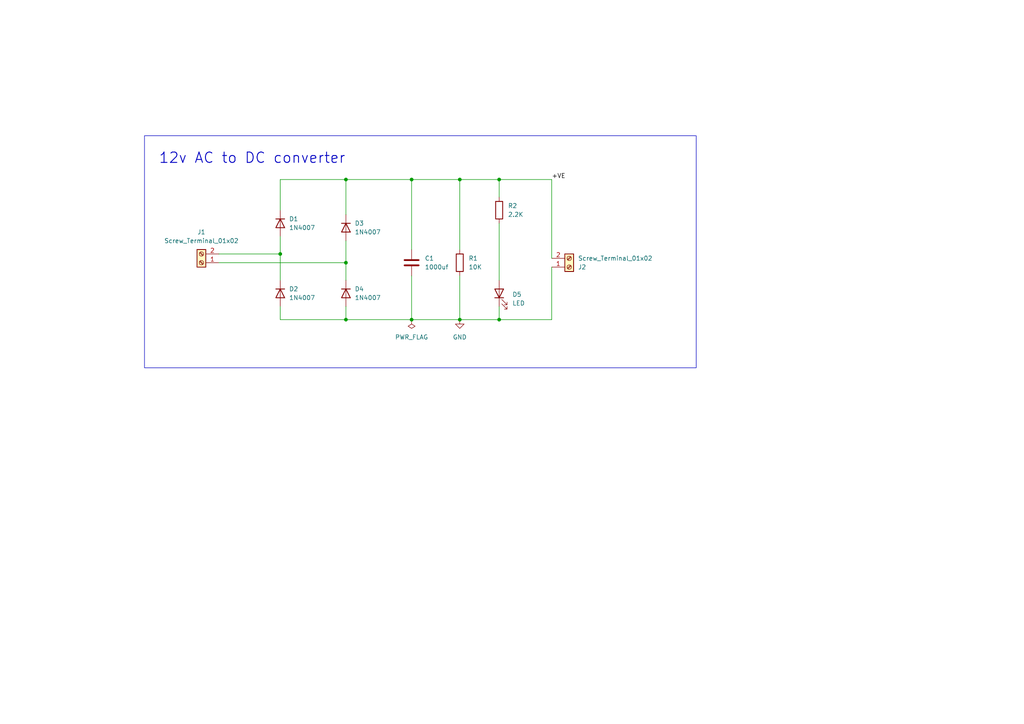
<source format=kicad_sch>
(kicad_sch
	(version 20231120)
	(generator "eeschema")
	(generator_version "8.0")
	(uuid "3ba05d9b-fc93-4be0-8fb5-a1e197f5684f")
	(paper "A4")
	(title_block
		(title "AC to DC Converter")
		(date "2024-12-16")
		(company "Darbhanga College OF Engineering")
	)
	(lib_symbols
		(symbol "Connector:Screw_Terminal_01x02"
			(pin_names
				(offset 1.016) hide)
			(exclude_from_sim no)
			(in_bom yes)
			(on_board yes)
			(property "Reference" "J"
				(at 0 2.54 0)
				(effects
					(font
						(size 1.27 1.27)
					)
				)
			)
			(property "Value" "Screw_Terminal_01x02"
				(at 0 -5.08 0)
				(effects
					(font
						(size 1.27 1.27)
					)
				)
			)
			(property "Footprint" ""
				(at 0 0 0)
				(effects
					(font
						(size 1.27 1.27)
					)
					(hide yes)
				)
			)
			(property "Datasheet" "~"
				(at 0 0 0)
				(effects
					(font
						(size 1.27 1.27)
					)
					(hide yes)
				)
			)
			(property "Description" "Generic screw terminal, single row, 01x02, script generated (kicad-library-utils/schlib/autogen/connector/)"
				(at 0 0 0)
				(effects
					(font
						(size 1.27 1.27)
					)
					(hide yes)
				)
			)
			(property "ki_keywords" "screw terminal"
				(at 0 0 0)
				(effects
					(font
						(size 1.27 1.27)
					)
					(hide yes)
				)
			)
			(property "ki_fp_filters" "TerminalBlock*:*"
				(at 0 0 0)
				(effects
					(font
						(size 1.27 1.27)
					)
					(hide yes)
				)
			)
			(symbol "Screw_Terminal_01x02_1_1"
				(rectangle
					(start -1.27 1.27)
					(end 1.27 -3.81)
					(stroke
						(width 0.254)
						(type default)
					)
					(fill
						(type background)
					)
				)
				(circle
					(center 0 -2.54)
					(radius 0.635)
					(stroke
						(width 0.1524)
						(type default)
					)
					(fill
						(type none)
					)
				)
				(polyline
					(pts
						(xy -0.5334 -2.2098) (xy 0.3302 -3.048)
					)
					(stroke
						(width 0.1524)
						(type default)
					)
					(fill
						(type none)
					)
				)
				(polyline
					(pts
						(xy -0.5334 0.3302) (xy 0.3302 -0.508)
					)
					(stroke
						(width 0.1524)
						(type default)
					)
					(fill
						(type none)
					)
				)
				(polyline
					(pts
						(xy -0.3556 -2.032) (xy 0.508 -2.8702)
					)
					(stroke
						(width 0.1524)
						(type default)
					)
					(fill
						(type none)
					)
				)
				(polyline
					(pts
						(xy -0.3556 0.508) (xy 0.508 -0.3302)
					)
					(stroke
						(width 0.1524)
						(type default)
					)
					(fill
						(type none)
					)
				)
				(circle
					(center 0 0)
					(radius 0.635)
					(stroke
						(width 0.1524)
						(type default)
					)
					(fill
						(type none)
					)
				)
				(pin passive line
					(at -5.08 0 0)
					(length 3.81)
					(name "Pin_1"
						(effects
							(font
								(size 1.27 1.27)
							)
						)
					)
					(number "1"
						(effects
							(font
								(size 1.27 1.27)
							)
						)
					)
				)
				(pin passive line
					(at -5.08 -2.54 0)
					(length 3.81)
					(name "Pin_2"
						(effects
							(font
								(size 1.27 1.27)
							)
						)
					)
					(number "2"
						(effects
							(font
								(size 1.27 1.27)
							)
						)
					)
				)
			)
		)
		(symbol "Device:C"
			(pin_numbers hide)
			(pin_names
				(offset 0.254)
			)
			(exclude_from_sim no)
			(in_bom yes)
			(on_board yes)
			(property "Reference" "C"
				(at 0.635 2.54 0)
				(effects
					(font
						(size 1.27 1.27)
					)
					(justify left)
				)
			)
			(property "Value" "C"
				(at 0.635 -2.54 0)
				(effects
					(font
						(size 1.27 1.27)
					)
					(justify left)
				)
			)
			(property "Footprint" ""
				(at 0.9652 -3.81 0)
				(effects
					(font
						(size 1.27 1.27)
					)
					(hide yes)
				)
			)
			(property "Datasheet" "~"
				(at 0 0 0)
				(effects
					(font
						(size 1.27 1.27)
					)
					(hide yes)
				)
			)
			(property "Description" "Unpolarized capacitor"
				(at 0 0 0)
				(effects
					(font
						(size 1.27 1.27)
					)
					(hide yes)
				)
			)
			(property "ki_keywords" "cap capacitor"
				(at 0 0 0)
				(effects
					(font
						(size 1.27 1.27)
					)
					(hide yes)
				)
			)
			(property "ki_fp_filters" "C_*"
				(at 0 0 0)
				(effects
					(font
						(size 1.27 1.27)
					)
					(hide yes)
				)
			)
			(symbol "C_0_1"
				(polyline
					(pts
						(xy -2.032 -0.762) (xy 2.032 -0.762)
					)
					(stroke
						(width 0.508)
						(type default)
					)
					(fill
						(type none)
					)
				)
				(polyline
					(pts
						(xy -2.032 0.762) (xy 2.032 0.762)
					)
					(stroke
						(width 0.508)
						(type default)
					)
					(fill
						(type none)
					)
				)
			)
			(symbol "C_1_1"
				(pin passive line
					(at 0 3.81 270)
					(length 2.794)
					(name "~"
						(effects
							(font
								(size 1.27 1.27)
							)
						)
					)
					(number "1"
						(effects
							(font
								(size 1.27 1.27)
							)
						)
					)
				)
				(pin passive line
					(at 0 -3.81 90)
					(length 2.794)
					(name "~"
						(effects
							(font
								(size 1.27 1.27)
							)
						)
					)
					(number "2"
						(effects
							(font
								(size 1.27 1.27)
							)
						)
					)
				)
			)
		)
		(symbol "Device:LED"
			(pin_numbers hide)
			(pin_names
				(offset 1.016) hide)
			(exclude_from_sim no)
			(in_bom yes)
			(on_board yes)
			(property "Reference" "D"
				(at 0 2.54 0)
				(effects
					(font
						(size 1.27 1.27)
					)
				)
			)
			(property "Value" "LED"
				(at 0 -2.54 0)
				(effects
					(font
						(size 1.27 1.27)
					)
				)
			)
			(property "Footprint" ""
				(at 0 0 0)
				(effects
					(font
						(size 1.27 1.27)
					)
					(hide yes)
				)
			)
			(property "Datasheet" "~"
				(at 0 0 0)
				(effects
					(font
						(size 1.27 1.27)
					)
					(hide yes)
				)
			)
			(property "Description" "Light emitting diode"
				(at 0 0 0)
				(effects
					(font
						(size 1.27 1.27)
					)
					(hide yes)
				)
			)
			(property "ki_keywords" "LED diode"
				(at 0 0 0)
				(effects
					(font
						(size 1.27 1.27)
					)
					(hide yes)
				)
			)
			(property "ki_fp_filters" "LED* LED_SMD:* LED_THT:*"
				(at 0 0 0)
				(effects
					(font
						(size 1.27 1.27)
					)
					(hide yes)
				)
			)
			(symbol "LED_0_1"
				(polyline
					(pts
						(xy -1.27 -1.27) (xy -1.27 1.27)
					)
					(stroke
						(width 0.254)
						(type default)
					)
					(fill
						(type none)
					)
				)
				(polyline
					(pts
						(xy -1.27 0) (xy 1.27 0)
					)
					(stroke
						(width 0)
						(type default)
					)
					(fill
						(type none)
					)
				)
				(polyline
					(pts
						(xy 1.27 -1.27) (xy 1.27 1.27) (xy -1.27 0) (xy 1.27 -1.27)
					)
					(stroke
						(width 0.254)
						(type default)
					)
					(fill
						(type none)
					)
				)
				(polyline
					(pts
						(xy -3.048 -0.762) (xy -4.572 -2.286) (xy -3.81 -2.286) (xy -4.572 -2.286) (xy -4.572 -1.524)
					)
					(stroke
						(width 0)
						(type default)
					)
					(fill
						(type none)
					)
				)
				(polyline
					(pts
						(xy -1.778 -0.762) (xy -3.302 -2.286) (xy -2.54 -2.286) (xy -3.302 -2.286) (xy -3.302 -1.524)
					)
					(stroke
						(width 0)
						(type default)
					)
					(fill
						(type none)
					)
				)
			)
			(symbol "LED_1_1"
				(pin passive line
					(at -3.81 0 0)
					(length 2.54)
					(name "K"
						(effects
							(font
								(size 1.27 1.27)
							)
						)
					)
					(number "1"
						(effects
							(font
								(size 1.27 1.27)
							)
						)
					)
				)
				(pin passive line
					(at 3.81 0 180)
					(length 2.54)
					(name "A"
						(effects
							(font
								(size 1.27 1.27)
							)
						)
					)
					(number "2"
						(effects
							(font
								(size 1.27 1.27)
							)
						)
					)
				)
			)
		)
		(symbol "Device:R"
			(pin_numbers hide)
			(pin_names
				(offset 0)
			)
			(exclude_from_sim no)
			(in_bom yes)
			(on_board yes)
			(property "Reference" "R"
				(at 2.032 0 90)
				(effects
					(font
						(size 1.27 1.27)
					)
				)
			)
			(property "Value" "R"
				(at 0 0 90)
				(effects
					(font
						(size 1.27 1.27)
					)
				)
			)
			(property "Footprint" ""
				(at -1.778 0 90)
				(effects
					(font
						(size 1.27 1.27)
					)
					(hide yes)
				)
			)
			(property "Datasheet" "~"
				(at 0 0 0)
				(effects
					(font
						(size 1.27 1.27)
					)
					(hide yes)
				)
			)
			(property "Description" "Resistor"
				(at 0 0 0)
				(effects
					(font
						(size 1.27 1.27)
					)
					(hide yes)
				)
			)
			(property "ki_keywords" "R res resistor"
				(at 0 0 0)
				(effects
					(font
						(size 1.27 1.27)
					)
					(hide yes)
				)
			)
			(property "ki_fp_filters" "R_*"
				(at 0 0 0)
				(effects
					(font
						(size 1.27 1.27)
					)
					(hide yes)
				)
			)
			(symbol "R_0_1"
				(rectangle
					(start -1.016 -2.54)
					(end 1.016 2.54)
					(stroke
						(width 0.254)
						(type default)
					)
					(fill
						(type none)
					)
				)
			)
			(symbol "R_1_1"
				(pin passive line
					(at 0 3.81 270)
					(length 1.27)
					(name "~"
						(effects
							(font
								(size 1.27 1.27)
							)
						)
					)
					(number "1"
						(effects
							(font
								(size 1.27 1.27)
							)
						)
					)
				)
				(pin passive line
					(at 0 -3.81 90)
					(length 1.27)
					(name "~"
						(effects
							(font
								(size 1.27 1.27)
							)
						)
					)
					(number "2"
						(effects
							(font
								(size 1.27 1.27)
							)
						)
					)
				)
			)
		)
		(symbol "Diode:1N4007"
			(pin_numbers hide)
			(pin_names hide)
			(exclude_from_sim no)
			(in_bom yes)
			(on_board yes)
			(property "Reference" "D"
				(at 0 2.54 0)
				(effects
					(font
						(size 1.27 1.27)
					)
				)
			)
			(property "Value" "1N4007"
				(at 0 -2.54 0)
				(effects
					(font
						(size 1.27 1.27)
					)
				)
			)
			(property "Footprint" "Diode_THT:D_DO-41_SOD81_P10.16mm_Horizontal"
				(at 0 -4.445 0)
				(effects
					(font
						(size 1.27 1.27)
					)
					(hide yes)
				)
			)
			(property "Datasheet" "http://www.vishay.com/docs/88503/1n4001.pdf"
				(at 0 0 0)
				(effects
					(font
						(size 1.27 1.27)
					)
					(hide yes)
				)
			)
			(property "Description" "1000V 1A General Purpose Rectifier Diode, DO-41"
				(at 0 0 0)
				(effects
					(font
						(size 1.27 1.27)
					)
					(hide yes)
				)
			)
			(property "Sim.Device" "D"
				(at 0 0 0)
				(effects
					(font
						(size 1.27 1.27)
					)
					(hide yes)
				)
			)
			(property "Sim.Pins" "1=K 2=A"
				(at 0 0 0)
				(effects
					(font
						(size 1.27 1.27)
					)
					(hide yes)
				)
			)
			(property "ki_keywords" "diode"
				(at 0 0 0)
				(effects
					(font
						(size 1.27 1.27)
					)
					(hide yes)
				)
			)
			(property "ki_fp_filters" "D*DO?41*"
				(at 0 0 0)
				(effects
					(font
						(size 1.27 1.27)
					)
					(hide yes)
				)
			)
			(symbol "1N4007_0_1"
				(polyline
					(pts
						(xy -1.27 1.27) (xy -1.27 -1.27)
					)
					(stroke
						(width 0.254)
						(type default)
					)
					(fill
						(type none)
					)
				)
				(polyline
					(pts
						(xy 1.27 0) (xy -1.27 0)
					)
					(stroke
						(width 0)
						(type default)
					)
					(fill
						(type none)
					)
				)
				(polyline
					(pts
						(xy 1.27 1.27) (xy 1.27 -1.27) (xy -1.27 0) (xy 1.27 1.27)
					)
					(stroke
						(width 0.254)
						(type default)
					)
					(fill
						(type none)
					)
				)
			)
			(symbol "1N4007_1_1"
				(pin passive line
					(at -3.81 0 0)
					(length 2.54)
					(name "K"
						(effects
							(font
								(size 1.27 1.27)
							)
						)
					)
					(number "1"
						(effects
							(font
								(size 1.27 1.27)
							)
						)
					)
				)
				(pin passive line
					(at 3.81 0 180)
					(length 2.54)
					(name "A"
						(effects
							(font
								(size 1.27 1.27)
							)
						)
					)
					(number "2"
						(effects
							(font
								(size 1.27 1.27)
							)
						)
					)
				)
			)
		)
		(symbol "power:GND"
			(power)
			(pin_numbers hide)
			(pin_names
				(offset 0) hide)
			(exclude_from_sim no)
			(in_bom yes)
			(on_board yes)
			(property "Reference" "#PWR"
				(at 0 -6.35 0)
				(effects
					(font
						(size 1.27 1.27)
					)
					(hide yes)
				)
			)
			(property "Value" "GND"
				(at 0 -3.81 0)
				(effects
					(font
						(size 1.27 1.27)
					)
				)
			)
			(property "Footprint" ""
				(at 0 0 0)
				(effects
					(font
						(size 1.27 1.27)
					)
					(hide yes)
				)
			)
			(property "Datasheet" ""
				(at 0 0 0)
				(effects
					(font
						(size 1.27 1.27)
					)
					(hide yes)
				)
			)
			(property "Description" "Power symbol creates a global label with name \"GND\" , ground"
				(at 0 0 0)
				(effects
					(font
						(size 1.27 1.27)
					)
					(hide yes)
				)
			)
			(property "ki_keywords" "global power"
				(at 0 0 0)
				(effects
					(font
						(size 1.27 1.27)
					)
					(hide yes)
				)
			)
			(symbol "GND_0_1"
				(polyline
					(pts
						(xy 0 0) (xy 0 -1.27) (xy 1.27 -1.27) (xy 0 -2.54) (xy -1.27 -1.27) (xy 0 -1.27)
					)
					(stroke
						(width 0)
						(type default)
					)
					(fill
						(type none)
					)
				)
			)
			(symbol "GND_1_1"
				(pin power_in line
					(at 0 0 270)
					(length 0)
					(name "~"
						(effects
							(font
								(size 1.27 1.27)
							)
						)
					)
					(number "1"
						(effects
							(font
								(size 1.27 1.27)
							)
						)
					)
				)
			)
		)
		(symbol "power:PWR_FLAG"
			(power)
			(pin_numbers hide)
			(pin_names
				(offset 0) hide)
			(exclude_from_sim no)
			(in_bom yes)
			(on_board yes)
			(property "Reference" "#FLG"
				(at 0 1.905 0)
				(effects
					(font
						(size 1.27 1.27)
					)
					(hide yes)
				)
			)
			(property "Value" "PWR_FLAG"
				(at 0 3.81 0)
				(effects
					(font
						(size 1.27 1.27)
					)
				)
			)
			(property "Footprint" ""
				(at 0 0 0)
				(effects
					(font
						(size 1.27 1.27)
					)
					(hide yes)
				)
			)
			(property "Datasheet" "~"
				(at 0 0 0)
				(effects
					(font
						(size 1.27 1.27)
					)
					(hide yes)
				)
			)
			(property "Description" "Special symbol for telling ERC where power comes from"
				(at 0 0 0)
				(effects
					(font
						(size 1.27 1.27)
					)
					(hide yes)
				)
			)
			(property "ki_keywords" "flag power"
				(at 0 0 0)
				(effects
					(font
						(size 1.27 1.27)
					)
					(hide yes)
				)
			)
			(symbol "PWR_FLAG_0_0"
				(pin power_out line
					(at 0 0 90)
					(length 0)
					(name "~"
						(effects
							(font
								(size 1.27 1.27)
							)
						)
					)
					(number "1"
						(effects
							(font
								(size 1.27 1.27)
							)
						)
					)
				)
			)
			(symbol "PWR_FLAG_0_1"
				(polyline
					(pts
						(xy 0 0) (xy 0 1.27) (xy -1.016 1.905) (xy 0 2.54) (xy 1.016 1.905) (xy 0 1.27)
					)
					(stroke
						(width 0)
						(type default)
					)
					(fill
						(type none)
					)
				)
			)
		)
	)
	(junction
		(at 100.33 52.07)
		(diameter 0)
		(color 0 0 0 0)
		(uuid "19f3e9fa-6dc9-4839-92b3-360d1c9f666a")
	)
	(junction
		(at 144.78 92.71)
		(diameter 0)
		(color 0 0 0 0)
		(uuid "248eecaa-73b8-4b1d-b964-b97734b44d48")
	)
	(junction
		(at 133.35 52.07)
		(diameter 0)
		(color 0 0 0 0)
		(uuid "4fe23991-c4c4-4c5b-b579-3d34eae0bc90")
	)
	(junction
		(at 100.33 76.2)
		(diameter 0)
		(color 0 0 0 0)
		(uuid "81267da2-27ca-444a-a98a-2d7c8a383c4f")
	)
	(junction
		(at 119.38 92.71)
		(diameter 0)
		(color 0 0 0 0)
		(uuid "89cf8c40-8672-4ece-accf-c7d225c244dc")
	)
	(junction
		(at 81.28 73.66)
		(diameter 0)
		(color 0 0 0 0)
		(uuid "9a9efff2-b277-4db6-9773-8dfb05048281")
	)
	(junction
		(at 133.35 92.71)
		(diameter 0)
		(color 0 0 0 0)
		(uuid "ba29c36c-b0f4-402a-96c1-0b99f1907349")
	)
	(junction
		(at 119.38 52.07)
		(diameter 0)
		(color 0 0 0 0)
		(uuid "c65b24c3-8852-4153-bf41-dda645d63e9a")
	)
	(junction
		(at 144.78 52.07)
		(diameter 0)
		(color 0 0 0 0)
		(uuid "f84498aa-4d4a-4fa2-9024-da81540b5aba")
	)
	(junction
		(at 100.33 92.71)
		(diameter 0)
		(color 0 0 0 0)
		(uuid "f967af1a-c78d-4ebe-9e08-d294506874dd")
	)
	(wire
		(pts
			(xy 81.28 52.07) (xy 81.28 60.96)
		)
		(stroke
			(width 0)
			(type default)
		)
		(uuid "0035d084-7a34-4c40-bcd0-2cf6f016f6a2")
	)
	(wire
		(pts
			(xy 100.33 52.07) (xy 81.28 52.07)
		)
		(stroke
			(width 0)
			(type default)
		)
		(uuid "0e0b4f39-8847-4c4a-92c0-0530e90ae868")
	)
	(wire
		(pts
			(xy 160.02 74.93) (xy 160.02 52.07)
		)
		(stroke
			(width 0)
			(type default)
		)
		(uuid "11e8a77a-64ce-4993-9618-32cc3b238bcc")
	)
	(wire
		(pts
			(xy 100.33 88.9) (xy 100.33 92.71)
		)
		(stroke
			(width 0)
			(type default)
		)
		(uuid "1a4fcc9a-a187-4ba1-9283-163b64ad673b")
	)
	(wire
		(pts
			(xy 100.33 92.71) (xy 119.38 92.71)
		)
		(stroke
			(width 0)
			(type default)
		)
		(uuid "28cb9b65-0464-43b4-b33a-4ce0b3043982")
	)
	(wire
		(pts
			(xy 81.28 68.58) (xy 81.28 73.66)
		)
		(stroke
			(width 0)
			(type default)
		)
		(uuid "2c1376f8-4b76-438c-8388-3ccb79d25c55")
	)
	(wire
		(pts
			(xy 133.35 80.01) (xy 133.35 92.71)
		)
		(stroke
			(width 0)
			(type default)
		)
		(uuid "306ff393-c08c-4306-a06c-f977a25d20d0")
	)
	(wire
		(pts
			(xy 144.78 92.71) (xy 133.35 92.71)
		)
		(stroke
			(width 0)
			(type default)
		)
		(uuid "5ec186fa-0daa-4f22-bb19-3fa9e430f2eb")
	)
	(wire
		(pts
			(xy 81.28 88.9) (xy 81.28 92.71)
		)
		(stroke
			(width 0)
			(type default)
		)
		(uuid "6c8c750c-b36d-4366-8040-26548ffd99fc")
	)
	(wire
		(pts
			(xy 100.33 52.07) (xy 119.38 52.07)
		)
		(stroke
			(width 0)
			(type default)
		)
		(uuid "6cfd376f-60aa-402a-8db1-309c374996f6")
	)
	(wire
		(pts
			(xy 160.02 77.47) (xy 160.02 92.71)
		)
		(stroke
			(width 0)
			(type default)
		)
		(uuid "7c06ad22-80d6-412a-adf0-f15c91cf941a")
	)
	(wire
		(pts
			(xy 144.78 57.15) (xy 144.78 52.07)
		)
		(stroke
			(width 0)
			(type default)
		)
		(uuid "8376258b-6593-42fa-9c32-0e017211ee16")
	)
	(wire
		(pts
			(xy 144.78 52.07) (xy 133.35 52.07)
		)
		(stroke
			(width 0)
			(type default)
		)
		(uuid "8a8496f9-00fe-43bc-9e95-b78bd7fc9f3f")
	)
	(wire
		(pts
			(xy 100.33 69.85) (xy 100.33 76.2)
		)
		(stroke
			(width 0)
			(type default)
		)
		(uuid "97b5f063-9d97-452f-81ff-a0e7c739dd6a")
	)
	(wire
		(pts
			(xy 100.33 76.2) (xy 100.33 81.28)
		)
		(stroke
			(width 0)
			(type default)
		)
		(uuid "a77958a5-73e5-4b8f-acde-e57f8597fede")
	)
	(wire
		(pts
			(xy 160.02 92.71) (xy 144.78 92.71)
		)
		(stroke
			(width 0)
			(type default)
		)
		(uuid "a8b9cd73-8f9e-4b9a-86d0-a85d70748720")
	)
	(wire
		(pts
			(xy 81.28 92.71) (xy 100.33 92.71)
		)
		(stroke
			(width 0)
			(type default)
		)
		(uuid "abbe87b1-8071-46fe-9c97-3160b6979287")
	)
	(wire
		(pts
			(xy 119.38 72.39) (xy 119.38 52.07)
		)
		(stroke
			(width 0)
			(type default)
		)
		(uuid "b0d21785-9fee-47f0-bd4b-ae3fec3f0b5f")
	)
	(wire
		(pts
			(xy 133.35 52.07) (xy 119.38 52.07)
		)
		(stroke
			(width 0)
			(type default)
		)
		(uuid "b3cfb099-2310-41b6-b81b-dc7db4ef263c")
	)
	(wire
		(pts
			(xy 119.38 80.01) (xy 119.38 92.71)
		)
		(stroke
			(width 0)
			(type default)
		)
		(uuid "b4f30015-7878-4806-9b12-912dae02570e")
	)
	(wire
		(pts
			(xy 144.78 88.9) (xy 144.78 92.71)
		)
		(stroke
			(width 0)
			(type default)
		)
		(uuid "ba028eeb-0765-4078-9178-39fddb256d6a")
	)
	(wire
		(pts
			(xy 160.02 52.07) (xy 144.78 52.07)
		)
		(stroke
			(width 0)
			(type default)
		)
		(uuid "c28a11de-43d3-42d0-b7b4-b507c0a0f7a1")
	)
	(wire
		(pts
			(xy 100.33 62.23) (xy 100.33 52.07)
		)
		(stroke
			(width 0)
			(type default)
		)
		(uuid "ccaa5aa6-2b9f-4d52-9b9a-ae3a2e6ac095")
	)
	(wire
		(pts
			(xy 81.28 73.66) (xy 81.28 81.28)
		)
		(stroke
			(width 0)
			(type default)
		)
		(uuid "d2c5d604-f8d1-4323-8cfc-67d250534f62")
	)
	(wire
		(pts
			(xy 144.78 64.77) (xy 144.78 81.28)
		)
		(stroke
			(width 0)
			(type default)
		)
		(uuid "e0f9d018-a8de-4ec9-bd12-9655e49d88fc")
	)
	(wire
		(pts
			(xy 63.5 76.2) (xy 100.33 76.2)
		)
		(stroke
			(width 0)
			(type default)
		)
		(uuid "f547e5a7-fc61-4ae6-9a16-8b581e68ec1f")
	)
	(wire
		(pts
			(xy 133.35 92.71) (xy 119.38 92.71)
		)
		(stroke
			(width 0)
			(type default)
		)
		(uuid "fa005c60-826f-4744-a4a3-f14ec6a3b09f")
	)
	(wire
		(pts
			(xy 63.5 73.66) (xy 81.28 73.66)
		)
		(stroke
			(width 0)
			(type default)
		)
		(uuid "fd42bde0-23a8-4a08-9c9f-0fe25b9783f3")
	)
	(wire
		(pts
			(xy 133.35 72.39) (xy 133.35 52.07)
		)
		(stroke
			(width 0)
			(type default)
		)
		(uuid "fe4e3597-e61f-4b6e-a132-579b409334ed")
	)
	(rectangle
		(start 41.91 39.37)
		(end 201.93 106.68)
		(stroke
			(width 0)
			(type default)
		)
		(fill
			(type none)
		)
		(uuid 73154c08-2a0c-4c8a-8a8e-c358ebb7be39)
	)
	(text "12v AC to DC converter"
		(exclude_from_sim no)
		(at 73.152 45.974 0)
		(effects
			(font
				(size 3 3)
				(thickness 0.254)
				(bold yes)
			)
		)
		(uuid "e001e4b3-4cc9-49be-a66e-37d57a9f36ca")
	)
	(label "+VE"
		(at 160.02 52.07 0)
		(fields_autoplaced yes)
		(effects
			(font
				(size 1.27 1.27)
			)
			(justify left bottom)
		)
		(uuid "3940bcaa-7c10-4450-99e9-524f74ef31e6")
	)
	(symbol
		(lib_id "Connector:Screw_Terminal_01x02")
		(at 165.1 77.47 0)
		(mirror x)
		(unit 1)
		(exclude_from_sim no)
		(in_bom yes)
		(on_board yes)
		(dnp no)
		(uuid "1dc53235-7243-4312-b5c8-d62c214a0ed7")
		(property "Reference" "J2"
			(at 167.64 77.4701 0)
			(effects
				(font
					(size 1.27 1.27)
				)
				(justify left)
			)
		)
		(property "Value" "Screw_Terminal_01x02"
			(at 167.64 74.9301 0)
			(effects
				(font
					(size 1.27 1.27)
				)
				(justify left)
			)
		)
		(property "Footprint" "TerminalBlock:TerminalBlock_bornier-2_P5.08mm"
			(at 165.1 77.47 0)
			(effects
				(font
					(size 1.27 1.27)
				)
				(hide yes)
			)
		)
		(property "Datasheet" "~"
			(at 165.1 77.47 0)
			(effects
				(font
					(size 1.27 1.27)
				)
				(hide yes)
			)
		)
		(property "Description" "Generic screw terminal, single row, 01x02, script generated (kicad-library-utils/schlib/autogen/connector/)"
			(at 165.1 77.47 0)
			(effects
				(font
					(size 1.27 1.27)
				)
				(hide yes)
			)
		)
		(pin "1"
			(uuid "950b73b7-84fc-4824-849f-8a7904a025f0")
		)
		(pin "2"
			(uuid "54b91156-ae9a-4e9f-bf8d-4e44f39f1e08")
		)
		(instances
			(project ""
				(path "/3ba05d9b-fc93-4be0-8fb5-a1e197f5684f"
					(reference "J2")
					(unit 1)
				)
			)
		)
	)
	(symbol
		(lib_id "Device:R")
		(at 144.78 60.96 0)
		(unit 1)
		(exclude_from_sim no)
		(in_bom yes)
		(on_board yes)
		(dnp no)
		(fields_autoplaced yes)
		(uuid "2489ecac-7e32-4dec-8c0b-0371f9a0b989")
		(property "Reference" "R2"
			(at 147.32 59.6899 0)
			(effects
				(font
					(size 1.27 1.27)
				)
				(justify left)
			)
		)
		(property "Value" "2.2K"
			(at 147.32 62.2299 0)
			(effects
				(font
					(size 1.27 1.27)
				)
				(justify left)
			)
		)
		(property "Footprint" "Resistor_THT:R_Axial_DIN0207_L6.3mm_D2.5mm_P7.62mm_Horizontal"
			(at 143.002 60.96 90)
			(effects
				(font
					(size 1.27 1.27)
				)
				(hide yes)
			)
		)
		(property "Datasheet" "~"
			(at 144.78 60.96 0)
			(effects
				(font
					(size 1.27 1.27)
				)
				(hide yes)
			)
		)
		(property "Description" "Resistor"
			(at 144.78 60.96 0)
			(effects
				(font
					(size 1.27 1.27)
				)
				(hide yes)
			)
		)
		(pin "1"
			(uuid "558a0533-fa0e-46df-9148-6ce4c177a4ae")
		)
		(pin "2"
			(uuid "ffecf570-355c-4a8e-8b0b-be0b6f101407")
		)
		(instances
			(project ""
				(path "/3ba05d9b-fc93-4be0-8fb5-a1e197f5684f"
					(reference "R2")
					(unit 1)
				)
			)
		)
	)
	(symbol
		(lib_id "Diode:1N4007")
		(at 81.28 64.77 270)
		(unit 1)
		(exclude_from_sim no)
		(in_bom yes)
		(on_board yes)
		(dnp no)
		(fields_autoplaced yes)
		(uuid "425b754a-11d5-4eae-83ff-e6dd0726fc02")
		(property "Reference" "D1"
			(at 83.82 63.4999 90)
			(effects
				(font
					(size 1.27 1.27)
				)
				(justify left)
			)
		)
		(property "Value" "1N4007"
			(at 83.82 66.0399 90)
			(effects
				(font
					(size 1.27 1.27)
				)
				(justify left)
			)
		)
		(property "Footprint" "Diode_THT:D_DO-41_SOD81_P10.16mm_Horizontal"
			(at 76.835 64.77 0)
			(effects
				(font
					(size 1.27 1.27)
				)
				(hide yes)
			)
		)
		(property "Datasheet" "http://www.vishay.com/docs/88503/1n4001.pdf"
			(at 81.28 64.77 0)
			(effects
				(font
					(size 1.27 1.27)
				)
				(hide yes)
			)
		)
		(property "Description" "1000V 1A General Purpose Rectifier Diode, DO-41"
			(at 81.28 64.77 0)
			(effects
				(font
					(size 1.27 1.27)
				)
				(hide yes)
			)
		)
		(property "Sim.Device" "D"
			(at 81.28 64.77 0)
			(effects
				(font
					(size 1.27 1.27)
				)
				(hide yes)
			)
		)
		(property "Sim.Pins" "1=K 2=A"
			(at 81.28 64.77 0)
			(effects
				(font
					(size 1.27 1.27)
				)
				(hide yes)
			)
		)
		(pin "1"
			(uuid "2d5c575e-71d6-41e5-941b-549bd2fab2e7")
		)
		(pin "2"
			(uuid "b0890c30-1456-4e17-bd78-24d48a0ef05a")
		)
		(instances
			(project ""
				(path "/3ba05d9b-fc93-4be0-8fb5-a1e197f5684f"
					(reference "D1")
					(unit 1)
				)
			)
		)
	)
	(symbol
		(lib_id "Diode:1N4007")
		(at 100.33 66.04 270)
		(unit 1)
		(exclude_from_sim no)
		(in_bom yes)
		(on_board yes)
		(dnp no)
		(fields_autoplaced yes)
		(uuid "51a82d03-998e-4532-b8ab-dd128bbcaa18")
		(property "Reference" "D3"
			(at 102.87 64.7699 90)
			(effects
				(font
					(size 1.27 1.27)
				)
				(justify left)
			)
		)
		(property "Value" "1N4007"
			(at 102.87 67.3099 90)
			(effects
				(font
					(size 1.27 1.27)
				)
				(justify left)
			)
		)
		(property "Footprint" "Diode_THT:D_DO-41_SOD81_P10.16mm_Horizontal"
			(at 95.885 66.04 0)
			(effects
				(font
					(size 1.27 1.27)
				)
				(hide yes)
			)
		)
		(property "Datasheet" "http://www.vishay.com/docs/88503/1n4001.pdf"
			(at 100.33 66.04 0)
			(effects
				(font
					(size 1.27 1.27)
				)
				(hide yes)
			)
		)
		(property "Description" "1000V 1A General Purpose Rectifier Diode, DO-41"
			(at 100.33 66.04 0)
			(effects
				(font
					(size 1.27 1.27)
				)
				(hide yes)
			)
		)
		(property "Sim.Device" "D"
			(at 100.33 66.04 0)
			(effects
				(font
					(size 1.27 1.27)
				)
				(hide yes)
			)
		)
		(property "Sim.Pins" "1=K 2=A"
			(at 100.33 66.04 0)
			(effects
				(font
					(size 1.27 1.27)
				)
				(hide yes)
			)
		)
		(pin "1"
			(uuid "a8e13d17-8b93-4e22-b23d-de87d03c6968")
		)
		(pin "2"
			(uuid "f8565c7f-d51b-42c8-9acb-fbe80432fee8")
		)
		(instances
			(project "ACtoDCconverter"
				(path "/3ba05d9b-fc93-4be0-8fb5-a1e197f5684f"
					(reference "D3")
					(unit 1)
				)
			)
		)
	)
	(symbol
		(lib_id "Device:LED")
		(at 144.78 85.09 90)
		(unit 1)
		(exclude_from_sim no)
		(in_bom yes)
		(on_board yes)
		(dnp no)
		(fields_autoplaced yes)
		(uuid "56c0f395-6602-40ed-9c00-29f7e2ed0e90")
		(property "Reference" "D5"
			(at 148.59 85.4074 90)
			(effects
				(font
					(size 1.27 1.27)
				)
				(justify right)
			)
		)
		(property "Value" "LED"
			(at 148.59 87.9474 90)
			(effects
				(font
					(size 1.27 1.27)
				)
				(justify right)
			)
		)
		(property "Footprint" "LED_THT:LED_D5.0mm"
			(at 144.78 85.09 0)
			(effects
				(font
					(size 1.27 1.27)
				)
				(hide yes)
			)
		)
		(property "Datasheet" "~"
			(at 144.78 85.09 0)
			(effects
				(font
					(size 1.27 1.27)
				)
				(hide yes)
			)
		)
		(property "Description" "Light emitting diode"
			(at 144.78 85.09 0)
			(effects
				(font
					(size 1.27 1.27)
				)
				(hide yes)
			)
		)
		(pin "1"
			(uuid "75911ed2-80aa-4244-8175-396d33f305ee")
		)
		(pin "2"
			(uuid "4536552d-7470-4d42-93f4-a5fc6bf1cd52")
		)
		(instances
			(project ""
				(path "/3ba05d9b-fc93-4be0-8fb5-a1e197f5684f"
					(reference "D5")
					(unit 1)
				)
			)
		)
	)
	(symbol
		(lib_id "Device:R")
		(at 133.35 76.2 0)
		(unit 1)
		(exclude_from_sim no)
		(in_bom yes)
		(on_board yes)
		(dnp no)
		(fields_autoplaced yes)
		(uuid "66390e62-bf7b-4442-a5d7-22649aa0a2a7")
		(property "Reference" "R1"
			(at 135.89 74.9299 0)
			(effects
				(font
					(size 1.27 1.27)
				)
				(justify left)
			)
		)
		(property "Value" "10K"
			(at 135.89 77.4699 0)
			(effects
				(font
					(size 1.27 1.27)
				)
				(justify left)
			)
		)
		(property "Footprint" "Resistor_THT:R_Axial_DIN0207_L6.3mm_D2.5mm_P7.62mm_Horizontal"
			(at 131.572 76.2 90)
			(effects
				(font
					(size 1.27 1.27)
				)
				(hide yes)
			)
		)
		(property "Datasheet" "~"
			(at 133.35 76.2 0)
			(effects
				(font
					(size 1.27 1.27)
				)
				(hide yes)
			)
		)
		(property "Description" "Resistor"
			(at 133.35 76.2 0)
			(effects
				(font
					(size 1.27 1.27)
				)
				(hide yes)
			)
		)
		(pin "1"
			(uuid "fa8d6d0d-91e8-4eb9-b808-c18ee3153519")
		)
		(pin "2"
			(uuid "07d3ad49-f976-455b-9f46-da8d0c360554")
		)
		(instances
			(project ""
				(path "/3ba05d9b-fc93-4be0-8fb5-a1e197f5684f"
					(reference "R1")
					(unit 1)
				)
			)
		)
	)
	(symbol
		(lib_id "power:GND")
		(at 133.35 92.71 0)
		(unit 1)
		(exclude_from_sim no)
		(in_bom yes)
		(on_board yes)
		(dnp no)
		(fields_autoplaced yes)
		(uuid "770ace15-a2ee-4b2f-a441-432b6ad85931")
		(property "Reference" "#PWR01"
			(at 133.35 99.06 0)
			(effects
				(font
					(size 1.27 1.27)
				)
				(hide yes)
			)
		)
		(property "Value" "GND"
			(at 133.35 97.79 0)
			(effects
				(font
					(size 1.27 1.27)
				)
			)
		)
		(property "Footprint" ""
			(at 133.35 92.71 0)
			(effects
				(font
					(size 1.27 1.27)
				)
				(hide yes)
			)
		)
		(property "Datasheet" ""
			(at 133.35 92.71 0)
			(effects
				(font
					(size 1.27 1.27)
				)
				(hide yes)
			)
		)
		(property "Description" "Power symbol creates a global label with name \"GND\" , ground"
			(at 133.35 92.71 0)
			(effects
				(font
					(size 1.27 1.27)
				)
				(hide yes)
			)
		)
		(pin "1"
			(uuid "3af1edf2-f9d7-4081-92a1-eb1079aea24a")
		)
		(instances
			(project ""
				(path "/3ba05d9b-fc93-4be0-8fb5-a1e197f5684f"
					(reference "#PWR01")
					(unit 1)
				)
			)
		)
	)
	(symbol
		(lib_id "power:PWR_FLAG")
		(at 119.38 92.71 180)
		(unit 1)
		(exclude_from_sim no)
		(in_bom yes)
		(on_board yes)
		(dnp no)
		(fields_autoplaced yes)
		(uuid "77736cbe-9cff-4447-9b67-e81aa624efc1")
		(property "Reference" "#FLG01"
			(at 119.38 94.615 0)
			(effects
				(font
					(size 1.27 1.27)
				)
				(hide yes)
			)
		)
		(property "Value" "PWR_FLAG"
			(at 119.38 97.79 0)
			(effects
				(font
					(size 1.27 1.27)
				)
			)
		)
		(property "Footprint" ""
			(at 119.38 92.71 0)
			(effects
				(font
					(size 1.27 1.27)
				)
				(hide yes)
			)
		)
		(property "Datasheet" "~"
			(at 119.38 92.71 0)
			(effects
				(font
					(size 1.27 1.27)
				)
				(hide yes)
			)
		)
		(property "Description" "Special symbol for telling ERC where power comes from"
			(at 119.38 92.71 0)
			(effects
				(font
					(size 1.27 1.27)
				)
				(hide yes)
			)
		)
		(pin "1"
			(uuid "160ce0eb-ec6f-4a0b-864b-57cc2e661b82")
		)
		(instances
			(project ""
				(path "/3ba05d9b-fc93-4be0-8fb5-a1e197f5684f"
					(reference "#FLG01")
					(unit 1)
				)
			)
		)
	)
	(symbol
		(lib_id "Diode:1N4007")
		(at 81.28 85.09 270)
		(unit 1)
		(exclude_from_sim no)
		(in_bom yes)
		(on_board yes)
		(dnp no)
		(fields_autoplaced yes)
		(uuid "943c2de5-5daa-4524-aeb8-6e95c2a28ec3")
		(property "Reference" "D2"
			(at 83.82 83.8199 90)
			(effects
				(font
					(size 1.27 1.27)
				)
				(justify left)
			)
		)
		(property "Value" "1N4007"
			(at 83.82 86.3599 90)
			(effects
				(font
					(size 1.27 1.27)
				)
				(justify left)
			)
		)
		(property "Footprint" "Diode_THT:D_DO-41_SOD81_P10.16mm_Horizontal"
			(at 76.835 85.09 0)
			(effects
				(font
					(size 1.27 1.27)
				)
				(hide yes)
			)
		)
		(property "Datasheet" "http://www.vishay.com/docs/88503/1n4001.pdf"
			(at 81.28 85.09 0)
			(effects
				(font
					(size 1.27 1.27)
				)
				(hide yes)
			)
		)
		(property "Description" "1000V 1A General Purpose Rectifier Diode, DO-41"
			(at 81.28 85.09 0)
			(effects
				(font
					(size 1.27 1.27)
				)
				(hide yes)
			)
		)
		(property "Sim.Device" "D"
			(at 81.28 85.09 0)
			(effects
				(font
					(size 1.27 1.27)
				)
				(hide yes)
			)
		)
		(property "Sim.Pins" "1=K 2=A"
			(at 81.28 85.09 0)
			(effects
				(font
					(size 1.27 1.27)
				)
				(hide yes)
			)
		)
		(pin "1"
			(uuid "330d25ac-d240-494a-a3a0-bc38cc8c1cc9")
		)
		(pin "2"
			(uuid "191d52ee-bf7a-4185-8797-cd4fde4996c5")
		)
		(instances
			(project "ACtoDCconverter"
				(path "/3ba05d9b-fc93-4be0-8fb5-a1e197f5684f"
					(reference "D2")
					(unit 1)
				)
			)
		)
	)
	(symbol
		(lib_id "Connector:Screw_Terminal_01x02")
		(at 58.42 76.2 180)
		(unit 1)
		(exclude_from_sim no)
		(in_bom yes)
		(on_board yes)
		(dnp no)
		(fields_autoplaced yes)
		(uuid "ac0c6c8b-db21-4957-8b49-63e9955d2f3b")
		(property "Reference" "J1"
			(at 58.42 67.31 0)
			(effects
				(font
					(size 1.27 1.27)
				)
			)
		)
		(property "Value" "Screw_Terminal_01x02"
			(at 58.42 69.85 0)
			(effects
				(font
					(size 1.27 1.27)
				)
			)
		)
		(property "Footprint" "TerminalBlock:TerminalBlock_bornier-2_P5.08mm"
			(at 58.42 76.2 0)
			(effects
				(font
					(size 1.27 1.27)
				)
				(hide yes)
			)
		)
		(property "Datasheet" "~"
			(at 58.42 76.2 0)
			(effects
				(font
					(size 1.27 1.27)
				)
				(hide yes)
			)
		)
		(property "Description" "Generic screw terminal, single row, 01x02, script generated (kicad-library-utils/schlib/autogen/connector/)"
			(at 58.42 76.2 0)
			(effects
				(font
					(size 1.27 1.27)
				)
				(hide yes)
			)
		)
		(pin "2"
			(uuid "9d0a3fbd-bfce-4e58-8f37-c0747d78ac2b")
		)
		(pin "1"
			(uuid "ab709aae-3564-4201-ab8f-a39b1747a7be")
		)
		(instances
			(project ""
				(path "/3ba05d9b-fc93-4be0-8fb5-a1e197f5684f"
					(reference "J1")
					(unit 1)
				)
			)
		)
	)
	(symbol
		(lib_id "Device:C")
		(at 119.38 76.2 0)
		(unit 1)
		(exclude_from_sim no)
		(in_bom yes)
		(on_board yes)
		(dnp no)
		(fields_autoplaced yes)
		(uuid "c60ff28f-74d7-4170-9bd0-e1e57b2c0d40")
		(property "Reference" "C1"
			(at 123.19 74.9299 0)
			(effects
				(font
					(size 1.27 1.27)
				)
				(justify left)
			)
		)
		(property "Value" "1000uf"
			(at 123.19 77.4699 0)
			(effects
				(font
					(size 1.27 1.27)
				)
				(justify left)
			)
		)
		(property "Footprint" "Capacitor_THT:C_Radial_D8.0mm_H11.5mm_P3.50mm"
			(at 120.3452 80.01 0)
			(effects
				(font
					(size 1.27 1.27)
				)
				(hide yes)
			)
		)
		(property "Datasheet" "~"
			(at 119.38 76.2 0)
			(effects
				(font
					(size 1.27 1.27)
				)
				(hide yes)
			)
		)
		(property "Description" "Unpolarized capacitor"
			(at 119.38 76.2 0)
			(effects
				(font
					(size 1.27 1.27)
				)
				(hide yes)
			)
		)
		(pin "1"
			(uuid "57ba8526-29af-4b77-a34d-72b23fda67f4")
		)
		(pin "2"
			(uuid "987e7067-3599-4cca-a21e-1c02b6bdd8dc")
		)
		(instances
			(project ""
				(path "/3ba05d9b-fc93-4be0-8fb5-a1e197f5684f"
					(reference "C1")
					(unit 1)
				)
			)
		)
	)
	(symbol
		(lib_id "Diode:1N4007")
		(at 100.33 85.09 270)
		(unit 1)
		(exclude_from_sim no)
		(in_bom yes)
		(on_board yes)
		(dnp no)
		(fields_autoplaced yes)
		(uuid "ecb276ab-3221-4a40-bb10-cdb0a6b29538")
		(property "Reference" "D4"
			(at 102.87 83.8199 90)
			(effects
				(font
					(size 1.27 1.27)
				)
				(justify left)
			)
		)
		(property "Value" "1N4007"
			(at 102.87 86.3599 90)
			(effects
				(font
					(size 1.27 1.27)
				)
				(justify left)
			)
		)
		(property "Footprint" "Diode_THT:D_DO-41_SOD81_P10.16mm_Horizontal"
			(at 95.885 85.09 0)
			(effects
				(font
					(size 1.27 1.27)
				)
				(hide yes)
			)
		)
		(property "Datasheet" "http://www.vishay.com/docs/88503/1n4001.pdf"
			(at 100.33 85.09 0)
			(effects
				(font
					(size 1.27 1.27)
				)
				(hide yes)
			)
		)
		(property "Description" "1000V 1A General Purpose Rectifier Diode, DO-41"
			(at 100.33 85.09 0)
			(effects
				(font
					(size 1.27 1.27)
				)
				(hide yes)
			)
		)
		(property "Sim.Device" "D"
			(at 100.33 85.09 0)
			(effects
				(font
					(size 1.27 1.27)
				)
				(hide yes)
			)
		)
		(property "Sim.Pins" "1=K 2=A"
			(at 100.33 85.09 0)
			(effects
				(font
					(size 1.27 1.27)
				)
				(hide yes)
			)
		)
		(pin "1"
			(uuid "008bd3e2-2925-459f-a626-8f471e41165b")
		)
		(pin "2"
			(uuid "6786c14d-36a8-4e54-bd97-2cc09d9b7755")
		)
		(instances
			(project "ACtoDCconverter"
				(path "/3ba05d9b-fc93-4be0-8fb5-a1e197f5684f"
					(reference "D4")
					(unit 1)
				)
			)
		)
	)
	(sheet_instances
		(path "/"
			(page "1")
		)
	)
)

</source>
